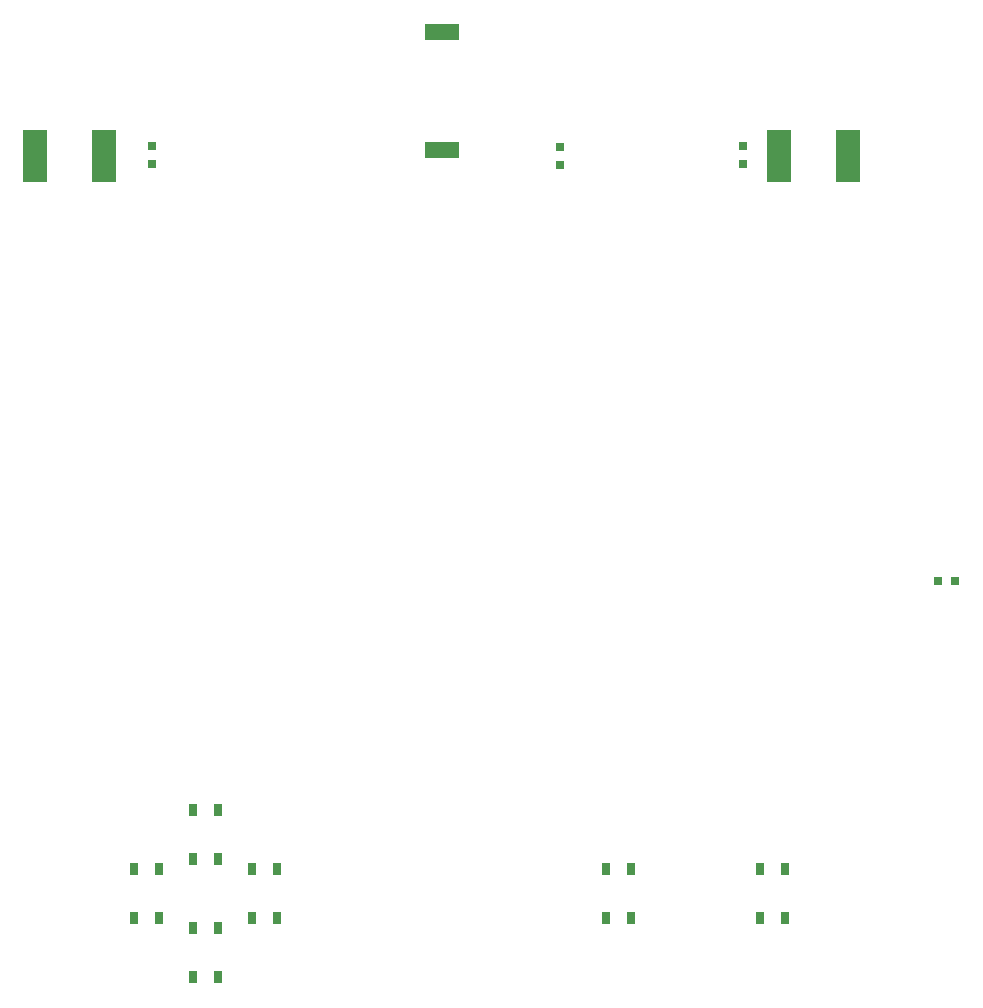
<source format=gtp>
G04*
G04 #@! TF.GenerationSoftware,Altium Limited,Altium Designer,22.1.2 (22)*
G04*
G04 Layer_Color=8421504*
%FSLAX44Y44*%
%MOMM*%
G71*
G04*
G04 #@! TF.SameCoordinates,DC0EFF74-F3D2-441A-B5B2-ABEB85199A1F*
G04*
G04*
G04 #@! TF.FilePolarity,Positive*
G04*
G01*
G75*
%ADD12R,0.7000X1.1000*%
%ADD13R,3.0000X1.4000*%
%ADD14R,0.8000X0.8000*%
%ADD15R,0.8000X0.8000*%
%ADD16R,2.0000X4.5000*%
D12*
X589250Y109250D02*
D03*
X610750Y150750D02*
D03*
Y109250D02*
D03*
X589250Y150750D02*
D03*
X719250Y109250D02*
D03*
X740750Y150750D02*
D03*
Y109250D02*
D03*
X719250Y150750D02*
D03*
X289250Y109250D02*
D03*
X310750Y150750D02*
D03*
Y109250D02*
D03*
X289250Y150750D02*
D03*
X239250Y159250D02*
D03*
X260750Y200750D02*
D03*
Y159250D02*
D03*
X239250Y200750D02*
D03*
X239250Y59250D02*
D03*
X260750Y100750D02*
D03*
Y59250D02*
D03*
X239250Y100750D02*
D03*
X189250Y109250D02*
D03*
X210750Y150750D02*
D03*
Y109250D02*
D03*
X189250Y150750D02*
D03*
D13*
X450000Y760000D02*
D03*
Y860000D02*
D03*
D14*
X705000Y748000D02*
D03*
Y763000D02*
D03*
X205000Y748000D02*
D03*
Y763000D02*
D03*
X550000Y762000D02*
D03*
Y747000D02*
D03*
D15*
X885000Y395000D02*
D03*
X870000D02*
D03*
D16*
X164000Y755000D02*
D03*
X106000D02*
D03*
X794000D02*
D03*
X736000D02*
D03*
M02*

</source>
